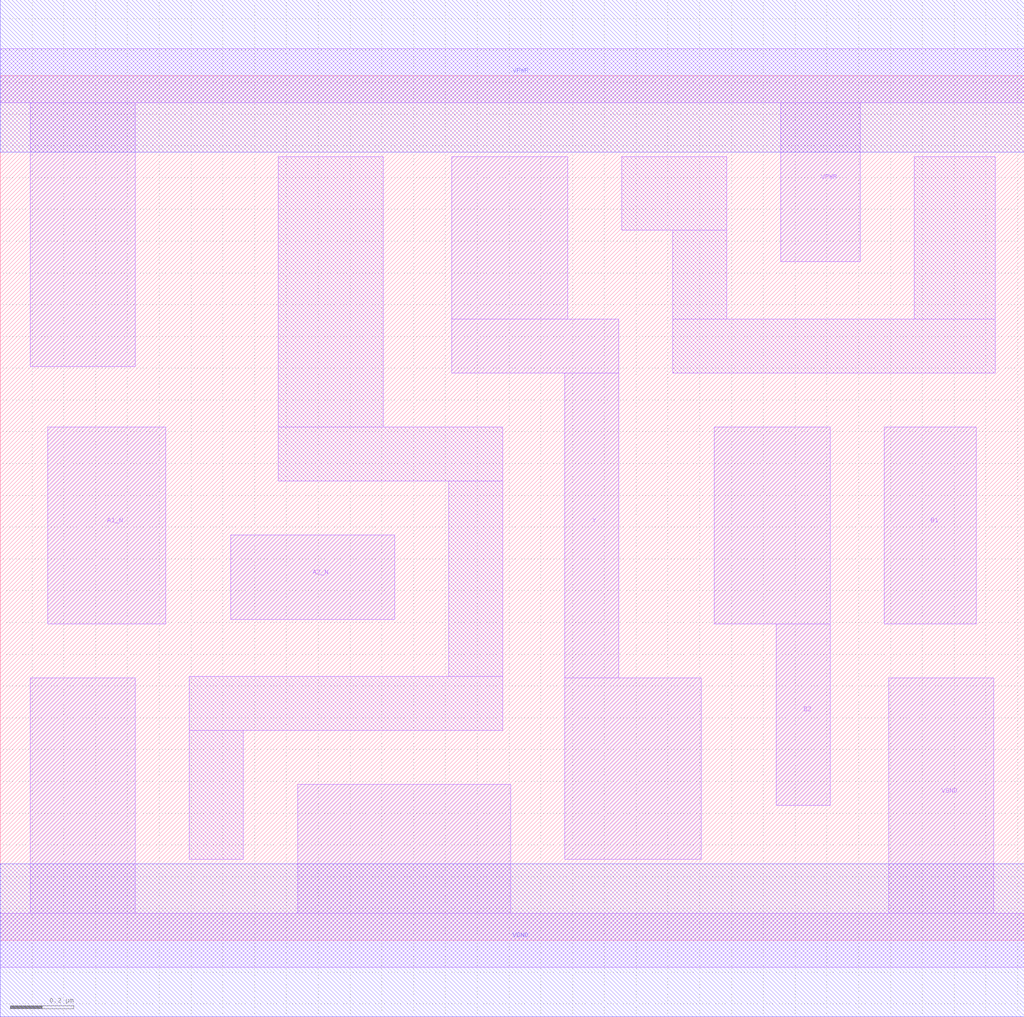
<source format=lef>
# Copyright 2020 The SkyWater PDK Authors
#
# Licensed under the Apache License, Version 2.0 (the "License");
# you may not use this file except in compliance with the License.
# You may obtain a copy of the License at
#
#     https://www.apache.org/licenses/LICENSE-2.0
#
# Unless required by applicable law or agreed to in writing, software
# distributed under the License is distributed on an "AS IS" BASIS,
# WITHOUT WARRANTIES OR CONDITIONS OF ANY KIND, either express or implied.
# See the License for the specific language governing permissions and
# limitations under the License.
#
# SPDX-License-Identifier: Apache-2.0

VERSION 5.5 ;
NAMESCASESENSITIVE ON ;
BUSBITCHARS "[]" ;
DIVIDERCHAR "/" ;
MACRO sky130_fd_sc_hd__a2bb2oi_1
  CLASS CORE ;
  SOURCE USER ;
  ORIGIN  0.000000  0.000000 ;
  SIZE  3.220000 BY  2.720000 ;
  SYMMETRY X Y R90 ;
  SITE unithd ;
  PIN A1_N
    ANTENNAGATEAREA  0.247500 ;
    DIRECTION INPUT ;
    USE SIGNAL ;
    PORT
      LAYER li1 ;
        RECT 0.150000 0.995000 0.520000 1.615000 ;
    END
  END A1_N
  PIN A2_N
    ANTENNAGATEAREA  0.247500 ;
    DIRECTION INPUT ;
    USE SIGNAL ;
    PORT
      LAYER li1 ;
        RECT 0.725000 1.010000 1.240000 1.275000 ;
    END
  END A2_N
  PIN B1
    ANTENNAGATEAREA  0.247500 ;
    DIRECTION INPUT ;
    USE SIGNAL ;
    PORT
      LAYER li1 ;
        RECT 2.780000 0.995000 3.070000 1.615000 ;
    END
  END B1
  PIN B2
    ANTENNAGATEAREA  0.247500 ;
    DIRECTION INPUT ;
    USE SIGNAL ;
    PORT
      LAYER li1 ;
        RECT 2.245000 0.995000 2.610000 1.615000 ;
        RECT 2.440000 0.425000 2.610000 0.995000 ;
    END
  END B2
  PIN Y
    ANTENNADIFFAREA  0.515500 ;
    DIRECTION OUTPUT ;
    USE SIGNAL ;
    PORT
      LAYER li1 ;
        RECT 1.420000 1.785000 1.945000 1.955000 ;
        RECT 1.420000 1.955000 1.785000 2.465000 ;
        RECT 1.775000 0.255000 2.205000 0.825000 ;
        RECT 1.775000 0.825000 1.945000 1.785000 ;
    END
  END Y
  PIN VGND
    DIRECTION INOUT ;
    SHAPE ABUTMENT ;
    USE GROUND ;
    PORT
      LAYER li1 ;
        RECT 0.000000 -0.085000 3.220000 0.085000 ;
        RECT 0.095000  0.085000 0.425000 0.825000 ;
        RECT 0.935000  0.085000 1.605000 0.490000 ;
        RECT 2.795000  0.085000 3.125000 0.825000 ;
    END
    PORT
      LAYER met1 ;
        RECT 0.000000 -0.240000 3.220000 0.240000 ;
    END
  END VGND
  PIN VNB
    DIRECTION INOUT ;
    USE GROUND ;
    PORT
    END
  END VNB
  PIN VPB
    DIRECTION INOUT ;
    USE POWER ;
    PORT
    END
  END VPB
  PIN VPWR
    DIRECTION INOUT ;
    SHAPE ABUTMENT ;
    USE POWER ;
    PORT
      LAYER li1 ;
        RECT 0.000000 2.635000 3.220000 2.805000 ;
        RECT 0.095000 1.805000 0.425000 2.635000 ;
        RECT 2.455000 2.135000 2.705000 2.635000 ;
    END
    PORT
      LAYER met1 ;
        RECT 0.000000 2.480000 3.220000 2.960000 ;
    END
  END VPWR
  OBS
    LAYER li1 ;
      RECT 0.595000 0.255000 0.765000 0.660000 ;
      RECT 0.595000 0.660000 1.580000 0.830000 ;
      RECT 0.875000 1.445000 1.580000 1.615000 ;
      RECT 0.875000 1.615000 1.205000 2.465000 ;
      RECT 1.410000 0.830000 1.580000 1.445000 ;
      RECT 1.955000 2.235000 2.285000 2.465000 ;
      RECT 2.115000 1.785000 3.130000 1.955000 ;
      RECT 2.115000 1.955000 2.285000 2.235000 ;
      RECT 2.875000 1.955000 3.130000 2.465000 ;
  END
END sky130_fd_sc_hd__a2bb2oi_1
END LIBRARY

</source>
